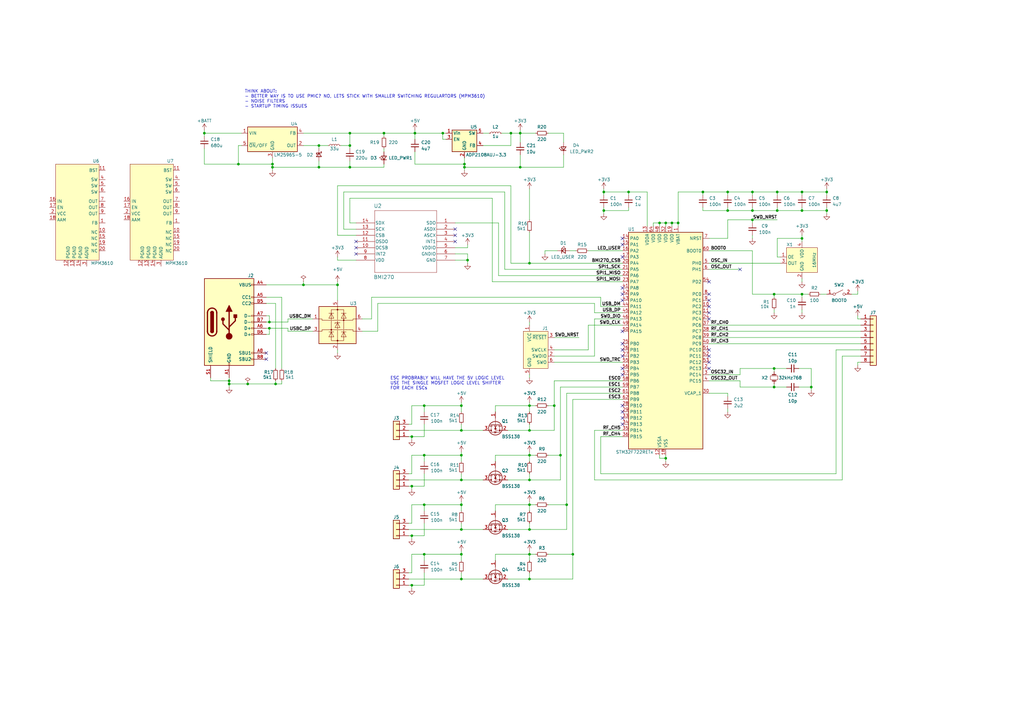
<source format=kicad_sch>
(kicad_sch (version 20230121) (generator eeschema)
  (paper "A3")
  (junction (at 189.23 227.33))
  (junction (at 317.5 151.13))
  (junction (at 332.74 158.75))
  (junction (at 190.5 67.31))
  (junction (at 339.09 78.74))
  (junction (at 318.77 78.74))
  (junction (at 229.87 186.69))
  (junction (at 328.93 97.79))
  (junction (at 190.5 68.58))
  (junction (at 83.82 54.61))
  (junction (at 217.17 227.33))
  (junction (at 213.36 54.61))
  (junction (at 113.03 157.48))
  (junction (at 138.43 116.84))
  (junction (at 143.51 54.61))
  (junction (at 111.76 68.58))
  (junction (at 217.17 176.53))
  (junction (at 110.49 132.08))
  (junction (at 217.17 207.01))
  (junction (at 111.76 67.31))
  (junction (at 318.77 86.36))
  (junction (at 308.61 86.36))
  (junction (at 168.91 219.71))
  (junction (at 189.23 186.69))
  (junction (at 181.61 54.61))
  (junction (at 173.99 227.33))
  (junction (at 173.99 207.01))
  (junction (at 93.98 156.21))
  (junction (at 170.18 54.61))
  (junction (at 168.91 199.39))
  (junction (at 143.51 68.58))
  (junction (at 213.36 68.58))
  (junction (at 189.23 166.37))
  (junction (at 217.17 196.85))
  (junction (at 278.13 91.44))
  (junction (at 189.23 207.01))
  (junction (at 328.93 86.36))
  (junction (at 247.65 86.36))
  (junction (at 257.81 78.74))
  (junction (at 93.98 157.48))
  (junction (at 168.91 240.03))
  (junction (at 317.5 120.65))
  (junction (at 157.48 54.61))
  (junction (at 130.81 59.69))
  (junction (at 339.09 86.36))
  (junction (at 288.29 78.74))
  (junction (at 97.79 67.31))
  (junction (at 308.61 90.17))
  (junction (at 217.17 107.95))
  (junction (at 217.17 166.37))
  (junction (at 124.46 116.84))
  (junction (at 234.95 227.33))
  (junction (at 189.23 237.49))
  (junction (at 189.23 176.53))
  (junction (at 110.49 134.62))
  (junction (at 130.81 68.58))
  (junction (at 273.05 187.96))
  (junction (at 232.41 207.01))
  (junction (at 168.91 179.07))
  (junction (at 270.51 91.44))
  (junction (at 209.55 54.61))
  (junction (at 101.6 157.48))
  (junction (at 328.93 120.65))
  (junction (at 275.59 91.44))
  (junction (at 298.45 86.36))
  (junction (at 143.51 59.69))
  (junction (at 328.93 78.74))
  (junction (at 189.23 196.85))
  (junction (at 217.17 217.17))
  (junction (at 189.23 217.17))
  (junction (at 298.45 78.74))
  (junction (at 173.99 166.37))
  (junction (at 247.65 78.74))
  (junction (at 273.05 91.44))
  (junction (at 217.17 186.69))
  (junction (at 308.61 78.74))
  (junction (at 317.5 158.75))
  (junction (at 173.99 186.69))
  (junction (at 227.33 166.37))
  (junction (at 217.17 237.49))
  (junction (at 191.77 106.68))
  (no_connect (at 146.05 99.06))
  (no_connect (at 146.05 104.14))
  (no_connect (at 290.83 125.73))
  (no_connect (at 255.27 171.45))
  (no_connect (at 255.27 166.37))
  (no_connect (at 255.27 143.51))
  (no_connect (at 255.27 140.97))
  (no_connect (at 255.27 153.67))
  (no_connect (at 255.27 168.91))
  (no_connect (at 290.83 128.27))
  (no_connect (at 255.27 100.33))
  (no_connect (at 255.27 173.99))
  (no_connect (at 290.83 115.57))
  (no_connect (at 255.27 135.89))
  (no_connect (at 290.83 151.13))
  (no_connect (at 303.53 110.49))
  (no_connect (at 290.83 123.19))
  (no_connect (at 109.22 147.32))
  (no_connect (at 290.83 143.51))
  (no_connect (at 186.69 96.52))
  (no_connect (at 109.22 144.78))
  (no_connect (at 290.83 148.59))
  (no_connect (at 186.69 99.06))
  (no_connect (at 146.05 101.6))
  (no_connect (at 255.27 105.41))
  (no_connect (at 255.27 151.13))
  (no_connect (at 290.83 130.81))
  (no_connect (at 255.27 120.65))
  (no_connect (at 255.27 118.11))
  (no_connect (at 186.69 93.98))
  (no_connect (at 290.83 120.65))
  (no_connect (at 255.27 123.19))
  (no_connect (at 290.83 146.05))
  (no_connect (at 255.27 97.79))
  (no_connect (at 255.27 146.05))
  (wire (pts (xy 198.12 196.85) (xy 189.23 196.85)))
  (wire (pts (xy 186.69 106.68) (xy 191.77 106.68)))
  (wire (pts (xy 255.27 133.35) (xy 241.3 133.35)))
  (wire (pts (xy 143.51 54.61) (xy 143.51 59.69)))
  (wire (pts (xy 181.61 54.61) (xy 181.61 57.15)))
  (wire (pts (xy 201.93 115.57) (xy 255.27 115.57)))
  (wire (pts (xy 332.74 158.75) (xy 327.66 158.75)))
  (wire (pts (xy 173.99 227.33) (xy 189.23 227.33)))
  (wire (pts (xy 173.99 219.71) (xy 168.91 219.71)))
  (wire (pts (xy 143.51 68.58) (xy 157.48 68.58)))
  (wire (pts (xy 228.6 102.87) (xy 223.52 102.87)))
  (wire (pts (xy 229.87 158.75) (xy 229.87 186.69)))
  (wire (pts (xy 339.09 86.36) (xy 328.93 86.36)))
  (wire (pts (xy 111.76 68.58) (xy 111.76 69.85)))
  (wire (pts (xy 198.12 237.49) (xy 189.23 237.49)))
  (wire (pts (xy 173.99 207.01) (xy 173.99 209.55)))
  (wire (pts (xy 217.17 165.1) (xy 217.17 166.37)))
  (wire (pts (xy 318.77 105.41) (xy 320.04 105.41)))
  (wire (pts (xy 124.46 115.57) (xy 124.46 116.84)))
  (wire (pts (xy 332.74 158.75) (xy 332.74 160.02)))
  (wire (pts (xy 290.83 97.79) (xy 298.45 97.79)))
  (wire (pts (xy 317.5 127) (xy 317.5 128.27)))
  (wire (pts (xy 146.05 96.52) (xy 138.43 96.52)))
  (wire (pts (xy 109.22 132.08) (xy 110.49 132.08)))
  (wire (pts (xy 168.91 227.33) (xy 173.99 227.33)))
  (wire (pts (xy 168.91 207.01) (xy 168.91 214.63)))
  (wire (pts (xy 273.05 187.96) (xy 273.05 189.23)))
  (wire (pts (xy 273.05 186.69) (xy 273.05 187.96)))
  (wire (pts (xy 167.64 176.53) (xy 189.23 176.53)))
  (wire (pts (xy 154.94 124.46) (xy 154.94 135.89)))
  (wire (pts (xy 298.45 161.29) (xy 298.45 162.56)))
  (wire (pts (xy 290.83 110.49) (xy 303.53 110.49)))
  (wire (pts (xy 146.05 91.44) (xy 143.51 91.44)))
  (wire (pts (xy 290.83 135.89) (xy 353.06 135.89)))
  (wire (pts (xy 328.93 86.36) (xy 328.93 85.09)))
  (wire (pts (xy 328.93 127) (xy 328.93 128.27)))
  (wire (pts (xy 317.5 152.4) (xy 317.5 151.13)))
  (wire (pts (xy 97.79 67.31) (xy 111.76 67.31)))
  (wire (pts (xy 224.79 54.61) (xy 231.14 54.61)))
  (wire (pts (xy 247.65 78.74) (xy 247.65 80.01)))
  (wire (pts (xy 237.49 138.43) (xy 227.33 138.43)))
  (wire (pts (xy 138.43 123.19) (xy 138.43 116.84)))
  (wire (pts (xy 113.03 156.21) (xy 113.03 157.48)))
  (wire (pts (xy 290.83 140.97) (xy 353.06 140.97)))
  (wire (pts (xy 303.53 158.75) (xy 303.53 156.21)))
  (wire (pts (xy 168.91 240.03) (xy 168.91 241.3)))
  (wire (pts (xy 273.05 187.96) (xy 270.51 187.96)))
  (wire (pts (xy 111.76 67.31) (xy 111.76 68.58)))
  (wire (pts (xy 318.77 86.36) (xy 308.61 86.36)))
  (wire (pts (xy 243.84 146.05) (xy 227.33 146.05)))
  (wire (pts (xy 190.5 64.77) (xy 190.5 67.31)))
  (wire (pts (xy 328.93 97.79) (xy 328.93 99.06)))
  (wire (pts (xy 143.51 91.44) (xy 143.51 81.28)))
  (wire (pts (xy 110.49 132.08) (xy 118.11 132.08)))
  (wire (pts (xy 191.77 100.33) (xy 191.77 101.6)))
  (wire (pts (xy 143.51 66.04) (xy 143.51 68.58)))
  (wire (pts (xy 148.59 130.81) (xy 152.4 130.81)))
  (wire (pts (xy 241.3 133.35) (xy 241.3 143.51)))
  (wire (pts (xy 278.13 92.71) (xy 278.13 91.44)))
  (wire (pts (xy 173.99 166.37) (xy 168.91 166.37)))
  (wire (pts (xy 229.87 186.69) (xy 229.87 196.85)))
  (wire (pts (xy 115.57 157.48) (xy 113.03 157.48)))
  (wire (pts (xy 152.4 121.92) (xy 152.4 130.81)))
  (wire (pts (xy 217.17 207.01) (xy 219.71 207.01)))
  (wire (pts (xy 217.17 209.55) (xy 217.17 207.01)))
  (wire (pts (xy 198.12 176.53) (xy 189.23 176.53)))
  (wire (pts (xy 322.58 158.75) (xy 317.5 158.75)))
  (wire (pts (xy 217.17 95.25) (xy 217.17 107.95)))
  (wire (pts (xy 203.2 227.33) (xy 203.2 229.87)))
  (wire (pts (xy 217.17 186.69) (xy 219.71 186.69)))
  (wire (pts (xy 118.11 135.89) (xy 128.27 135.89)))
  (wire (pts (xy 273.05 91.44) (xy 270.51 91.44)))
  (wire (pts (xy 336.55 120.65) (xy 339.09 120.65)))
  (wire (pts (xy 318.77 78.74) (xy 318.77 80.01)))
  (wire (pts (xy 308.61 102.87) (xy 308.61 120.65)))
  (wire (pts (xy 227.33 166.37) (xy 227.33 176.53)))
  (wire (pts (xy 173.99 194.31) (xy 173.99 199.39)))
  (wire (pts (xy 298.45 90.17) (xy 298.45 97.79)))
  (wire (pts (xy 208.28 237.49) (xy 217.17 237.49)))
  (wire (pts (xy 110.49 137.16) (xy 110.49 134.62)))
  (wire (pts (xy 93.98 157.48) (xy 101.6 157.48)))
  (wire (pts (xy 288.29 78.74) (xy 298.45 78.74)))
  (wire (pts (xy 198.12 54.61) (xy 200.66 54.61)))
  (wire (pts (xy 243.84 196.85) (xy 345.44 196.85)))
  (wire (pts (xy 168.91 207.01) (xy 173.99 207.01)))
  (wire (pts (xy 328.93 78.74) (xy 328.93 80.01)))
  (wire (pts (xy 308.61 86.36) (xy 308.61 85.09)))
  (wire (pts (xy 189.23 227.33) (xy 189.23 229.87)))
  (wire (pts (xy 190.5 67.31) (xy 190.5 68.58)))
  (wire (pts (xy 232.41 207.01) (xy 232.41 217.17)))
  (wire (pts (xy 213.36 54.61) (xy 213.36 58.42)))
  (wire (pts (xy 298.45 78.74) (xy 298.45 80.01)))
  (wire (pts (xy 139.7 59.69) (xy 143.51 59.69)))
  (wire (pts (xy 298.45 90.17) (xy 308.61 90.17)))
  (wire (pts (xy 217.17 226.06) (xy 217.17 227.33)))
  (wire (pts (xy 118.11 130.81) (xy 128.27 130.81)))
  (wire (pts (xy 318.77 90.17) (xy 308.61 90.17)))
  (wire (pts (xy 255.27 148.59) (xy 227.33 148.59)))
  (wire (pts (xy 191.77 106.68) (xy 191.77 107.95)))
  (wire (pts (xy 83.82 54.61) (xy 83.82 55.88)))
  (wire (pts (xy 118.11 134.62) (xy 110.49 134.62)))
  (wire (pts (xy 233.68 102.87) (xy 236.22 102.87)))
  (wire (pts (xy 170.18 54.61) (xy 170.18 57.15)))
  (wire (pts (xy 130.81 59.69) (xy 134.62 59.69)))
  (wire (pts (xy 167.64 214.63) (xy 168.91 214.63)))
  (wire (pts (xy 189.23 186.69) (xy 189.23 189.23)))
  (wire (pts (xy 267.97 91.44) (xy 267.97 92.71)))
  (wire (pts (xy 275.59 91.44) (xy 273.05 91.44)))
  (wire (pts (xy 339.09 78.74) (xy 339.09 80.01)))
  (wire (pts (xy 190.5 68.58) (xy 190.5 69.85)))
  (wire (pts (xy 93.98 157.48) (xy 93.98 158.75)))
  (wire (pts (xy 273.05 91.44) (xy 273.05 92.71)))
  (wire (pts (xy 243.84 130.81) (xy 243.84 146.05)))
  (wire (pts (xy 138.43 76.2) (xy 138.43 96.52)))
  (wire (pts (xy 223.52 102.87) (xy 223.52 104.14)))
  (wire (pts (xy 246.38 194.31) (xy 342.9 194.31)))
  (wire (pts (xy 229.87 158.75) (xy 255.27 158.75)))
  (wire (pts (xy 308.61 90.17) (xy 308.61 91.44)))
  (wire (pts (xy 317.5 120.65) (xy 328.93 120.65)))
  (wire (pts (xy 290.83 107.95) (xy 320.04 107.95)))
  (wire (pts (xy 109.22 137.16) (xy 110.49 137.16)))
  (wire (pts (xy 182.88 54.61) (xy 181.61 54.61)))
  (wire (pts (xy 290.83 102.87) (xy 308.61 102.87)))
  (wire (pts (xy 204.47 91.44) (xy 204.47 113.03)))
  (wire (pts (xy 243.84 128.27) (xy 255.27 128.27)))
  (wire (pts (xy 182.88 57.15) (xy 181.61 57.15)))
  (wire (pts (xy 138.43 143.51) (xy 138.43 144.78)))
  (wire (pts (xy 189.23 234.95) (xy 189.23 237.49)))
  (wire (pts (xy 143.51 54.61) (xy 157.48 54.61)))
  (wire (pts (xy 308.61 78.74) (xy 318.77 78.74)))
  (wire (pts (xy 243.84 176.53) (xy 243.84 196.85)))
  (wire (pts (xy 328.93 97.79) (xy 318.77 97.79)))
  (wire (pts (xy 203.2 186.69) (xy 217.17 186.69)))
  (wire (pts (xy 217.17 153.67) (xy 217.17 154.94)))
  (wire (pts (xy 275.59 91.44) (xy 275.59 92.71)))
  (wire (pts (xy 217.17 237.49) (xy 234.95 237.49)))
  (wire (pts (xy 167.64 173.99) (xy 168.91 173.99)))
  (wire (pts (xy 318.77 86.36) (xy 318.77 85.09)))
  (wire (pts (xy 86.36 156.21) (xy 93.98 156.21)))
  (wire (pts (xy 227.33 156.21) (xy 255.27 156.21)))
  (wire (pts (xy 168.91 166.37) (xy 168.91 173.99)))
  (wire (pts (xy 217.17 166.37) (xy 203.2 166.37)))
  (wire (pts (xy 278.13 78.74) (xy 278.13 91.44)))
  (wire (pts (xy 227.33 156.21) (xy 227.33 166.37)))
  (wire (pts (xy 234.95 227.33) (xy 234.95 237.49)))
  (wire (pts (xy 328.93 96.52) (xy 328.93 97.79)))
  (wire (pts (xy 204.47 113.03) (xy 255.27 113.03)))
  (wire (pts (xy 298.45 86.36) (xy 298.45 85.09)))
  (wire (pts (xy 317.5 120.65) (xy 317.5 121.92)))
  (wire (pts (xy 189.23 214.63) (xy 189.23 217.17)))
  (wire (pts (xy 217.17 176.53) (xy 227.33 176.53)))
  (wire (pts (xy 173.99 227.33) (xy 173.99 229.87)))
  (wire (pts (xy 167.64 234.95) (xy 168.91 234.95)))
  (wire (pts (xy 246.38 179.07) (xy 246.38 194.31)))
  (wire (pts (xy 189.23 207.01) (xy 189.23 209.55)))
  (wire (pts (xy 345.44 196.85) (xy 345.44 146.05)))
  (wire (pts (xy 345.44 146.05) (xy 353.06 146.05)))
  (wire (pts (xy 328.93 114.3) (xy 328.93 115.57)))
  (wire (pts (xy 298.45 78.74) (xy 308.61 78.74)))
  (wire (pts (xy 217.17 229.87) (xy 217.17 227.33)))
  (wire (pts (xy 168.91 199.39) (xy 168.91 200.66)))
  (wire (pts (xy 189.23 205.74) (xy 189.23 207.01)))
  (wire (pts (xy 130.81 68.58) (xy 143.51 68.58)))
  (wire (pts (xy 231.14 54.61) (xy 231.14 58.42)))
  (wire (pts (xy 201.93 81.28) (xy 143.51 81.28)))
  (wire (pts (xy 298.45 161.29) (xy 290.83 161.29)))
  (wire (pts (xy 270.51 91.44) (xy 270.51 92.71)))
  (wire (pts (xy 167.64 194.31) (xy 168.91 194.31)))
  (wire (pts (xy 83.82 67.31) (xy 97.79 67.31)))
  (wire (pts (xy 168.91 227.33) (xy 168.91 234.95)))
  (wire (pts (xy 148.59 135.89) (xy 154.94 135.89)))
  (wire (pts (xy 257.81 78.74) (xy 257.81 80.01)))
  (wire (pts (xy 288.29 78.74) (xy 288.29 80.01)))
  (wire (pts (xy 93.98 156.21) (xy 93.98 157.48)))
  (wire (pts (xy 217.17 227.33) (xy 219.71 227.33)))
  (wire (pts (xy 167.64 219.71) (xy 168.91 219.71)))
  (wire (pts (xy 288.29 86.36) (xy 288.29 85.09)))
  (wire (pts (xy 241.3 102.87) (xy 255.27 102.87)))
  (wire (pts (xy 186.69 104.14) (xy 191.77 104.14)))
  (wire (pts (xy 99.06 54.61) (xy 83.82 54.61)))
  (wire (pts (xy 232.41 161.29) (xy 255.27 161.29)))
  (wire (pts (xy 224.79 166.37) (xy 227.33 166.37)))
  (wire (pts (xy 143.51 59.69) (xy 143.51 60.96)))
  (wire (pts (xy 318.77 97.79) (xy 318.77 105.41)))
  (wire (pts (xy 113.03 124.46) (xy 113.03 151.13)))
  (wire (pts (xy 308.61 96.52) (xy 308.61 97.79)))
  (wire (pts (xy 203.2 186.69) (xy 203.2 189.23)))
  (wire (pts (xy 257.81 78.74) (xy 247.65 78.74)))
  (wire (pts (xy 83.82 53.34) (xy 83.82 54.61)))
  (wire (pts (xy 130.81 59.69) (xy 130.81 60.96)))
  (wire (pts (xy 109.22 116.84) (xy 124.46 116.84)))
  (wire (pts (xy 207.01 78.74) (xy 207.01 110.49)))
  (wire (pts (xy 189.23 166.37) (xy 173.99 166.37)))
  (wire (pts (xy 170.18 62.23) (xy 170.18 67.31)))
  (wire (pts (xy 170.18 53.34) (xy 170.18 54.61)))
  (wire (pts (xy 186.69 91.44) (xy 204.47 91.44)))
  (wire (pts (xy 157.48 54.61) (xy 157.48 55.88)))
  (wire (pts (xy 173.99 207.01) (xy 189.23 207.01)))
  (wire (pts (xy 247.65 86.36) (xy 247.65 85.09)))
  (wire (pts (xy 167.64 240.03) (xy 168.91 240.03)))
  (wire (pts (xy 181.61 54.61) (xy 170.18 54.61)))
  (wire (pts (xy 328.93 86.36) (xy 318.77 86.36)))
  (wire (pts (xy 110.49 134.62) (xy 109.22 134.62)))
  (wire (pts (xy 234.95 163.83) (xy 255.27 163.83)))
  (wire (pts (xy 217.17 196.85) (xy 229.87 196.85)))
  (wire (pts (xy 217.17 234.95) (xy 217.17 237.49)))
  (wire (pts (xy 111.76 64.77) (xy 111.76 67.31)))
  (wire (pts (xy 224.79 186.69) (xy 229.87 186.69)))
  (wire (pts (xy 255.27 125.73) (xy 246.38 125.73)))
  (wire (pts (xy 217.17 214.63) (xy 217.17 217.17)))
  (wire (pts (xy 201.93 81.28) (xy 201.93 115.57)))
  (wire (pts (xy 124.46 59.69) (xy 130.81 59.69)))
  (wire (pts (xy 290.83 133.35) (xy 353.06 133.35)))
  (wire (pts (xy 173.99 199.39) (xy 168.91 199.39)))
  (wire (pts (xy 317.5 158.75) (xy 303.53 158.75)))
  (wire (pts (xy 224.79 227.33) (xy 234.95 227.33)))
  (wire (pts (xy 157.48 60.96) (xy 157.48 62.23)))
  (wire (pts (xy 189.23 173.99) (xy 189.23 176.53)))
  (wire (pts (xy 290.83 156.21) (xy 303.53 156.21)))
  (wire (pts (xy 217.17 217.17) (xy 232.41 217.17)))
  (wire (pts (xy 247.65 86.36) (xy 247.65 87.63)))
  (wire (pts (xy 167.64 237.49) (xy 189.23 237.49)))
  (wire (pts (xy 115.57 156.21) (xy 115.57 157.48)))
  (wire (pts (xy 243.84 124.46) (xy 154.94 124.46)))
  (wire (pts (xy 353.06 130.81) (xy 351.79 130.81)))
  (wire (pts (xy 152.4 121.92) (xy 246.38 121.92)))
  (wire (pts (xy 203.2 166.37) (xy 203.2 168.91)))
  (wire (pts (xy 217.17 166.37) (xy 219.71 166.37)))
  (wire (pts (xy 173.99 166.37) (xy 173.99 168.91)))
  (wire (pts (xy 138.43 106.68) (xy 138.43 105.41)))
  (wire (pts (xy 173.99 186.69) (xy 173.99 189.23)))
  (wire (pts (xy 308.61 78.74) (xy 308.61 80.01)))
  (wire (pts (xy 270.51 91.44) (xy 267.97 91.44)))
  (wire (pts (xy 208.28 196.85) (xy 217.17 196.85)))
  (wire (pts (xy 288.29 78.74) (xy 278.13 78.74)))
  (wire (pts (xy 189.23 186.69) (xy 173.99 186.69)))
  (wire (pts (xy 110.49 129.54) (xy 110.49 132.08)))
  (wire (pts (xy 265.43 78.74) (xy 265.43 92.71)))
  (wire (pts (xy 328.93 120.65) (xy 328.93 121.92)))
  (wire (pts (xy 232.41 161.29) (xy 232.41 207.01)))
  (wire (pts (xy 317.5 151.13) (xy 303.53 151.13)))
  (wire (pts (xy 167.64 179.07) (xy 168.91 179.07)))
  (wire (pts (xy 86.36 154.94) (xy 86.36 156.21)))
  (wire (pts (xy 109.22 129.54) (xy 110.49 129.54)))
  (wire (pts (xy 241.3 143.51) (xy 227.33 143.51)))
  (wire (pts (xy 186.69 101.6) (xy 191.77 101.6)))
  (wire (pts (xy 168.91 179.07) (xy 168.91 180.34)))
  (wire (pts (xy 146.05 106.68) (xy 138.43 106.68)))
  (wire (pts (xy 308.61 120.65) (xy 317.5 120.65)))
  (wire (pts (xy 207.01 110.49) (xy 255.27 110.49)))
  (wire (pts (xy 189.23 166.37) (xy 189.23 168.91)))
  (wire (pts (xy 203.2 207.01) (xy 203.2 209.55)))
  (wire (pts (xy 138.43 115.57) (xy 138.43 116.84)))
  (wire (pts (xy 353.06 148.59) (xy 351.79 148.59)))
  (wire (pts (xy 339.09 85.09) (xy 339.09 86.36)))
  (wire (pts (xy 298.45 167.64) (xy 298.45 168.91)))
  (wire (pts (xy 351.79 129.54) (xy 351.79 130.81)))
  (wire (pts (xy 224.79 207.01) (xy 232.41 207.01)))
  (wire (pts (xy 99.06 59.69) (xy 97.79 59.69)))
  (wire (pts (xy 217.17 132.08) (xy 217.17 133.35)))
  (wire (pts (xy 255.27 130.81) (xy 243.84 130.81)))
  (wire (pts (xy 124.46 54.61) (xy 143.51 54.61)))
  (wire (pts (xy 217.17 194.31) (xy 217.17 196.85)))
  (wire (pts (xy 173.99 240.03) (xy 168.91 240.03)))
  (wire (pts (xy 213.36 54.61) (xy 219.71 54.61)))
  (wire (pts (xy 209.55 107.95) (xy 217.17 107.95)))
  (wire (pts (xy 209.55 59.69) (xy 198.12 59.69)))
  (wire (pts (xy 167.64 217.17) (xy 189.23 217.17)))
  (wire (pts (xy 342.9 194.31) (xy 342.9 143.51)))
  (wire (pts (xy 308.61 86.36) (xy 298.45 86.36)))
  (wire (pts (xy 167.64 196.85) (xy 189.23 196.85)))
  (wire (pts (xy 339.09 86.36) (xy 339.09 87.63)))
  (wire (pts (xy 328.93 78.74) (xy 339.09 78.74)))
  (wire (pts (xy 217.17 186.69) (xy 217.17 189.23)))
  (wire (pts (xy 217.17 107.95) (xy 255.27 107.95)))
  (wire (pts (xy 208.28 176.53) (xy 217.17 176.53)))
  (wire (pts (xy 173.99 214.63) (xy 173.99 219.71)))
  (wire (pts (xy 290.83 138.43) (xy 353.06 138.43)))
  (wire (pts (xy 157.48 54.61) (xy 170.18 54.61)))
  (wire (pts (xy 243.84 124.46) (xy 243.84 128.27)))
  (wire (pts (xy 290.83 153.67) (xy 303.53 153.67)))
  (wire (pts (xy 167.64 199.39) (xy 168.91 199.39)))
  (wire (pts (xy 189.23 185.42) (xy 189.23 186.69)))
  (wire (pts (xy 97.79 59.69) (xy 97.79 67.31)))
  (wire (pts (xy 318.77 78.74) (xy 328.93 78.74)))
  (wire (pts (xy 270.51 187.96) (xy 270.51 186.69)))
  (wire (pts (xy 115.57 121.92) (xy 115.57 151.13)))
  (wire (pts (xy 349.25 120.65) (xy 351.79 120.65)))
  (wire (pts (xy 157.48 68.58) (xy 157.48 67.31)))
  (wire (pts (xy 303.53 151.13) (xy 303.53 153.67)))
  (wire (pts (xy 198.12 217.17) (xy 189.23 217.17)))
  (wire (pts (xy 257.81 86.36) (xy 247.65 86.36)))
  (wire (pts (xy 247.65 77.47) (xy 247.65 78.74)))
  (wire (pts (xy 246.38 179.07) (xy 255.27 179.07)))
  (wire (pts (xy 339.09 77.47) (xy 339.09 78.74)))
  (wire (pts (xy 351.79 119.38) (xy 351.79 120.65)))
  (wire (pts (xy 351.79 148.59) (xy 351.79 149.86)))
  (wire (pts (xy 209.55 54.61) (xy 213.36 54.61)))
  (wire (pts (xy 205.74 54.61) (xy 209.55 54.61)))
  (wire (pts (xy 189.23 226.06) (xy 189.23 227.33)))
  (wire (pts (xy 298.45 86.36) (xy 288.29 86.36)))
  (wire (pts (xy 217.17 77.47) (xy 217.17 90.17)))
  (wire (pts (xy 231.14 63.5) (xy 231.14 68.58)))
  (wire (pts (xy 101.6 157.48) (xy 113.03 157.48)))
  (wire (pts (xy 217.17 205.74) (xy 217.17 207.01)))
  (wire (pts (xy 118.11 135.89) (xy 118.11 134.62)))
  (wire (pts (xy 173.99 234.95) (xy 173.99 240.03)))
  (wire (pts (xy 246.38 121.92) (xy 246.38 125.73)))
  (wire (pts (xy 265.43 78.74) (xy 257.81 78.74)))
  (wire (pts (xy 257.81 85.09) (xy 257.81 86.36)))
  (wire (pts (xy 207.01 78.74) (xy 140.97 78.74)))
  (wire (pts (xy 213.36 53.34) (xy 213.36 54.61)))
  (wire (pts (xy 213.36 68.58) (xy 231.14 68.58)))
  (wire (pts (xy 217.17 207.01) (xy 203.2 207.01)))
  (wire (pts (xy 168.91 186.69) (xy 168.91 194.31)))
  (wire (pts (xy 146.05 93.98) (xy 140.97 93.98)))
  (wire (pts (xy 209.55 76.2) (xy 138.43 76.2)))
  (wire (pts (xy 208.28 217.17) (xy 217.17 217.17)))
  (wire (pts (xy 83.82 60.96) (xy 83.82 67.31)))
  (wire (pts (xy 209.55 76.2) (xy 209.55 107.95)))
  (wire (pts (xy 124.46 116.84) (xy 138.43 116.84)))
  (wire (pts (xy 190.5 68.58) (xy 213.36 68.58)))
  (wire (pts (xy 217.17 185.42) (xy 217.17 186.69)))
  (wire (pts (xy 189.23 165.1) (xy 189.23 166.37)))
  (wire (pts (xy 93.98 156.21) (xy 93.98 154.94)))
  (wire (pts (xy 130.81 66.04) (xy 130.81 68.58)))
  (wire (pts (xy 168.91 219.71) (xy 168.91 220.98)))
  (wire (pts (xy 189.23 194.31) (xy 189.23 196.85)))
  (wire (pts (xy 109.22 121.92) (xy 115.57 121.92)))
  (wire (pts (xy 217.17 227.33) (xy 203.2 227.33)))
  (wire (pts (xy 209.55 54.61) (xy 209.55 59.69)))
  (wire (pts (xy 243.84 176.53) (xy 255.27 176.53)))
  (wire (pts (xy 109.22 124.46) (xy 113.03 124.46)))
  (wire (pts (xy 213.36 63.5) (xy 213.36 68.58)))
  (wire (pts (xy 173.99 179.07) (xy 168.91 179.07)))
  (wire (pts (xy 173.99 173.99) (xy 173.99 179.07)))
  (wire (pts (xy 173.99 186.69) (xy 168.91 186.69)))
  (wire (pts (xy 217.17 173.99) (xy 217.17 176.53)))
  (wire (pts (xy 217.17 166.37) (xy 217.17 168.91)))
  (wire (pts (xy 332.74 151.13) (xy 332.74 158.75)))
  (wire (pts (xy 278.13 91.44) (xy 275.59 91.44)))
  (wire (pts (xy 317.5 157.48) (xy 317.5 158.75)))
  (wire (pts (xy 328.93 120.65) (xy 331.47 120.65)))
  (wire (pts (xy 111.76 68.58) (xy 130.81 68.58)))
  (wire (pts (xy 190.5 67.31) (xy 170.18 67.31)))
  (wire (pts (xy 118.11 132.08) (xy 118.11 130.81)))
  (wire (pts (xy 327.66 151.13) (xy 332.74 151.13)))
  (wire (pts (xy 342.9 143.51) (xy 353.06 143.51)))
  (wire (pts (xy 322.58 151.13) (xy 317.5 151.13)))
  (wire (pts (xy 191.77 104.14) (xy 191.77 106.68)))
  (wire (pts (xy 234.95 163.83) (xy 234.95 227.33)))
  (wire (pts (xy 140.97 78.74) (xy 140.97 93.98)))
  (text "THINK ABOUT:\n- BETTER WAY IS TO USE PMIC? NO, LETS STICK WITH SMALLER SWITCHING REGULARTORS (MPM3610)\n- NOISE FILTERS\n- STARTUP TIMING ISSUES" (at 100.33 44.45 0) (effects (font (size 1.27 1.27)) (justify left bottom)))
  (text "ESC PROBRABLY WILL HAVE THE 5V LOGIC LEVEL\nUSE THE SINGLE MOSFET LOGIC LEVEL SHIFTER\nFOR EACH ESCs\n" (at 160.02 160.02 0) (effects (font (size 1.27 1.27)) (justify left bottom)))
  (label "BOOT0" (at 291.465 102.87 0) (effects (font (thickness 0.254) bold)))
  (label "RF_CH1" (at 291.465 135.89 0) (effects (font (thickness 0.254) bold)))
  (label "ESC3" (at 254.635 163.83 180) (effects (font (thickness 0.254) bold)))
  (label "SWD_CLK" (at 254.635 133.35 180) (effects (font (thickness 0.254) bold)))
  (label "RF_CH5" (at 254.635 176.53 180) (effects (font (thickness 0.254) bold)))
  (label "SWD_TRC" (at 254.635 148.59 180) (effects (font (thickness 0.254) bold)))
  (label "USBC_DM" (at 127.635 130.81 180) (effects (font (thickness 0.254) bold)))
  (label "ESC1" (at 254.635 158.75 180) (effects (font (thickness 0.254) bold)))
  (label "OSC32_IN" (at 291.465 153.67 0) (effects (font (thickness 0.254) bold)))
  (label "BMI270_CSB" (at 254.635 107.95 180) (effects (font (thickness 0.254) bold)))
  (label "SWD_NRST" (at 237.49 138.43 180) (effects (font (thickness 0.254) bold)))
  (label "USB_DP" (at 254.635 128.27 180) (effects (font (thickness 0.254) bold)))
  (label "RF_CH3" (at 291.465 140.97 0) (effects (font (thickness 0.254) bold)))
  (label "SPI1_MISO" (at 254.635 113.03 180) (effects (font (thickness 0.254) bold)))
  (label "RF_CH4" (at 254.635 179.07 180) (effects (font (thickness 0.254) bold)))
  (label "LED_USER" (at 254.635 102.87 180) (effects (font (thickness 0.254) bold)))
  (label "OSC32_OUT" (at 291.465 156.21 0) (effects (font (thickness 0.254) bold)))
  (label "SPI1_SCK" (at 254.635 110.49 180) (effects (font (thickness 0.254) bold)))
  (label "USBC_DP" (at 127.635 135.89 180) (effects (font (thickness 0.254) bold)))
  (label "RF_CH2" (at 291.465 138.43 0) (effects (font (thickness 0.254) bold)))
  (label "SWD_NRST" (at 318.77 90.17 180) (effects (font (thickness 0.254) bold)))
  (label "SWD_DIO" (at 254.635 130.81 180) (effects (font (thickness 0.254) bold)))
  (label "OSC_IN" (at 291.465 107.95 0) (effects (font (thickness 0.254) bold)))
  (label "USB_DM" (at 254.635 125.73 180) (effects (font (thickness 0.254) bold)))
  (label "RF_CH0" (at 291.465 133.35 0) (effects (font (thickness 0.254) bold)))
  (label "ESC0" (at 254.635 156.21 180) (effects (font (thickness 0.254) bold)))
  (label "SPI1_MOSI" (at 254.635 115.57 180) (effects (font (thickness 0.254) bold)))
  (label "OSC_OUT" (at 291.465 110.49 0) (effects (font (thickness 0.254) bold)))
  (label "ESC2" (at 254.635 161.29 180) (effects (font (thickness 0.254) bold)))
  (symbol (lib_id "power:GND") (at 168.91 180.34 0) (mirror y) (unit 1)
    (property "Reference" "#PWR027" (effects hide))
    (property "Value" "GND" (effects hide))
  )
  (symbol (lib_id "Regulator_Switching:ADP2108AUJ-3.3") (at 190.5 57.15 0) (unit 1)
    (property "Reference" "U5" (at 194.31 52.07 0))
    (property "Value" "ADP2108AUJ-3.3" (at 199.39 63.5 0))
    (property "Footprint" "Package_TO_SOT_SMD:TSOT-23-5" (effects hide))
    (property "Datasheet" "https://www.analog.com/media/en/technical-documentation/data-sheets/ADP2108.pdf" (effects hide))
    (property "Distributor Link" "https://eu.mouser.com/ProductDetail/Analog-Devices/ADP2108AUJZ-3.3-R7?qs=WIvQP4zGangwKS4DOjDn0A%3D%3D" (effects hide))
    (property "Manufacturer" "Analog Devices" (effects hide))
    (property "Manufacturer Part Number" "ADP2108AUJZ-3.3-R7" (effects hide))
  )
  (symbol (lib_id "Connector_Generic:Conn_01x03") (at 162.56 217.17 180) (unit 1)
    (property "Reference" "J5" (at 162.56 212.09 0))
    (property "Value" "Conn_01x03" (effects hide))
    (property "Footprint" "Connector_Molex:Molex_PicoBlade_53048-0310_1x03_P1.25mm_Horizontal" (effects hide))
    (property "Distributor Link" "https://eu.mouser.com/ProductDetail/Molex/53048-0310?qs=zXrbR4Jv0OfUlEeVnlaifA%3D%3D" (effects hide))
    (property "Manufacturer" "Molex" (effects hide))
    (property "Manufacturer Part Number" "53048-0310" (effects hide))
  )
  (symbol (lib_id "power:+3V3") (at 339.09 77.47 0) (mirror y) (unit 1)
    (property "Reference" "#PWR018" (effects hide))
    (property "Value" "+3V3" (at 339.09 73.66 0))
  )
  (symbol (lib_id "power:GND") (at 273.05 189.23 0) (mirror y) (unit 1)
    (property "Reference" "#PWR017" (effects hide))
    (property "Value" "GND" (effects hide))
  )
  (symbol (lib_id "Transistor_FET:BSS138") (at 203.2 173.99 90) (mirror x) (unit 1)
    (property "Reference" "Q1" (at 208.534 172.72 90) (effects (justify left)))
    (property "Value" "BSS138" (at 213.36 179.07 90) (effects (justify left)))
    (property "Footprint" "Package_TO_SOT_SMD:SOT-23" (effects hide))
    (property "Datasheet" "https://www.onsemi.com/pub/Collateral/BSS138-D.PDF" (effects hide))
  )
  (symbol (lib_id "power:+3V3") (at 328.93 96.52 0) (mirror y) (unit 1)
    (property "Reference" "#PWR04" (effects hide))
    (property "Value" "+3V3" (at 328.93 92.71 0))
  )
  (symbol (lib_id "Device:R_Small") (at 113.03 153.67 180) (unit 1)
    (property "Reference" "R17" (at 110.236 152.654 0))
    (property "Value" "5k1" (at 109.728 154.686 0))
    (property "Footprint" "Resistor_SMD:R_0402_1005Metric" (effects hide))
  )
  (symbol (lib_id "power:GND") (at 168.91 200.66 0) (mirror y) (unit 1)
    (property "Reference" "#PWR029" (effects hide))
    (property "Value" "GND" (effects hide))
  )
  (symbol (lib_id "Device:C_Small") (at 298.45 82.55 0) (mirror y) (unit 1)
    (property "Reference" "C4" (at 300.99 81.2863 0) (effects (justify right)))
    (property "Value" "100n" (at 300.99 83.8263 0) (effects (justify right)))
    (property "Footprint" "Capacitor_SMD:C_0402_1005Metric" (effects hide))
  )
  (symbol (lib_id "Transistor_FET:BSS138") (at 203.2 194.31 90) (mirror x) (unit 1)
    (property "Reference" "Q2" (at 208.534 193.04 90) (effects (justify left)))
    (property "Value" "BSS138" (at 213.36 199.39 90) (effects (justify left)))
    (property "Footprint" "Package_TO_SOT_SMD:SOT-23" (effects hide))
    (property "Datasheet" "https://www.onsemi.com/pub/Collateral/BSS138-D.PDF" (effects hide))
  )
  (symbol (lib_id "Connector:Conn_ARM_SWD_TagConnect_TC2030") (at 219.71 143.51 0) (unit 1) (in_bom no)
    (property "Reference" "J1" (at 224.79 134.62 0) (effects (justify right)))
    (property "Value" "Conn_ARM_SWD_TagConnect_TC2030" (effects hide))
    (property "Footprint" "Connector:Tag-Connect_TC2030-IDC-FP_2x03_P1.27mm_Vertical" (effects hide))
    (property "Datasheet" "https://www.tag-connect.com/wp-content/uploads/bsk-pdf-manager/TC2030-CTX_1.pdf" (effects hide))
  )
  (symbol (lib_id "power:+5V") (at 189.23 185.42 0) (unit 1)
    (property "Reference" "#PWR042" (effects hide))
    (property "Value" "+5V" (at 189.23 181.61 0))
  )
  (symbol (lib_id "power:+3V3") (at 213.36 53.34 0) (unit 1)
    (property "Reference" "#PWR024" (effects hide))
    (property "Value" "+3V3" (at 213.36 49.53 0))
  )
  (symbol (lib_id "Device:C_Small") (at 173.99 171.45 0) (mirror y) (unit 1)
    (property "Reference" "C17" (at 180.34 170.18 0) (effects (justify left)))
    (property "Value" "100n" (at 181.61 172.72 0) (effects (justify left)))
    (property "Footprint" "Capacitor_SMD:C_0402_1005Metric" (effects hide))
  )
  (symbol (lib_id "Device:L_Small") (at 137.16 59.69 90) (unit 1)
    (property "Reference" "L1" (at 137.16 57.15 90))
    (property "Value" "33u" (at 137.16 60.96 90))
    (property "Footprint" "Inductor_SMD:L_12x12mm_H8mm" (effects hide))
    (property "Distributor Link" "https://eu.mouser.com/ProductDetail/Coilcraft/MSS1278-333MLD?qs=zCSbvcPd3pbln1ZLcloB%252BQ%3D%3D" (effects hide))
    (property "Manufacturer" "Coilcraft" (effects hide))
    (property "Manufacturer Part Number" "MSS1278-333MLD" (effects hide))
  )
  (symbol (lib_id "Device:C_Small") (at 170.18 59.69 0) (unit 1)
    (property "Reference" "C20" (at 172.72 58.4263 0) (effects (justify left)))
    (property "Value" "4u7" (at 172.72 60.9663 0) (effects (justify left)))
    (property "Footprint" "Capacitor_SMD:C_0603_1608Metric" (effects hide))
  )
  (symbol (lib_id "Device:C_Small") (at 173.99 191.77 0) (mirror y) (unit 1)
    (property "Reference" "C16" (at 180.34 190.5 0) (effects (justify left)))
    (property "Value" "100n" (at 181.61 193.04 0) (effects (justify left)))
    (property "Footprint" "Capacitor_SMD:C_0402_1005Metric" (effects hide))
  )
  (symbol (lib_id "power:GND") (at 339.09 87.63 0) (mirror y) (unit 1)
    (property "Reference" "#PWR019" (effects hide))
    (property "Value" "GND" (effects hide))
  )
  (symbol (lib_id "power:GND") (at 328.93 128.27 0) (unit 1)
    (property "Reference" "#PWR08" (effects hide))
    (property "Value" "GND" (effects hide))
  )
  (symbol (lib_id "Connector_Generic:Conn_01x03") (at 162.56 196.85 180) (unit 1)
    (property "Reference" "J4" (at 162.56 191.77 0))
    (property "Value" "Conn_01x03" (effects hide))
    (property "Footprint" "Connector_Molex:Molex_PicoBlade_53048-0310_1x03_P1.25mm_Horizontal" (effects hide))
    (property "Distributor Link" "https://eu.mouser.com/ProductDetail/Molex/53048-0310?qs=zXrbR4Jv0OfUlEeVnlaifA%3D%3D" (effects hide))
    (property "Manufacturer" "Molex" (effects hide))
    (property "Manufacturer Part Number" "53048-0310" (effects hide))
  )
  (symbol (lib_id "Device:C_Small") (at 325.12 158.75 270) (mirror x) (unit 1)
    (property "Reference" "C12" (at 325.12 161.925 90))
    (property "Value" "10p" (at 325.12 164.465 90))
    (property "Footprint" "Capacitor_SMD:C_0402_1005Metric" (effects hide))
  )
  (symbol (lib_id "Connector_Generic:Conn_01x03") (at 162.56 176.53 180) (unit 1)
    (property "Reference" "J3" (at 162.56 171.45 0))
    (property "Value" "Conn_01x03" (effects hide))
    (property "Footprint" "Connector_Molex:Molex_PicoBlade_53048-0310_1x03_P1.25mm_Horizontal" (effects hide))
    (property "Distributor Link" "https://eu.mouser.com/ProductDetail/Molex/53048-0310?qs=zXrbR4Jv0OfUlEeVnlaifA%3D%3D" (effects hide))
    (property "Manufacturer" "Molex" (effects hide))
    (property "Manufacturer Part Number" "53048-0310" (effects hide))
  )
  (symbol (lib_id "Device:L_Small") (at 203.2 54.61 90) (unit 1)
    (property "Reference" "L2" (at 203.2 52.07 90))
    (property "Value" "1u" (at 203.2 55.88 90))
    (property "Footprint" "Inductor_SMD:L_0805_2012Metric" (effects hide))
    (property "Distributor Link" "https://eu.mouser.com/ProductDetail/Murata-Electronics/LQM21PN1R0MGHL?qs=wM4AZDOQ8I7w4EcrzQRq0A%3D%3D" (effects hide))
    (property "Manufacturer" "Murata Electronics" (effects hide))
    (property "Manufacturer Part Number" "LQM21PN1R0MGHL" (effects hide))
  )
  (symbol (lib_id "power:GND") (at 308.61 97.79 0) (mirror y) (unit 1)
    (property "Reference" "#PWR016" (effects hide))
    (property "Value" "GND" (effects hide))
  )
  (symbol (lib_id "ghost-feather-v1:AMPMGFB-16.0000T") (at 328.93 106.68 0) (mirror y) (unit 1)
    (property "Reference" "X1" (at 322.58 100.33 0) (effects (justify right)))
    (property "Value" "16MHz" (at 334.01 106.68 90))
    (property "Distributor Link" "https://eu.mouser.com/ProductDetail/ABRACON/AMPMGFB-16.0000T?qs=%252BEew9%252B0nqrAYgkBJQmZS4g%3D%3D" (effects hide))
    (property "Manufacturer" "ABRACON" (effects hide))
    (property "Manufacturer Part Number" "AMPMGFB-16.0000T" (effects hide))
  )
  (symbol (lib_id "Device:R_Small") (at 189.23 212.09 180) (unit 1)
    (property "Reference" "R8" (at 186.436 211.074 0))
    (property "Value" "5k1" (at 185.928 213.106 0))
    (property "Footprint" "Resistor_SMD:R_0402_1005Metric" (effects hide))
  )
  (symbol (lib_id "Device:C_Small") (at 328.93 82.55 0) (mirror y) (unit 1)
    (property "Reference" "C7" (at 331.47 81.2863 0) (effects (justify right)))
    (property "Value" "100n" (at 331.47 83.8263 0) (effects (justify right)))
    (property "Footprint" "Capacitor_SMD:C_0402_1005Metric" (effects hide))
  )
  (symbol (lib_id "Device:C_Small") (at 325.12 151.13 270) (mirror x) (unit 1)
    (property "Reference" "C11" (at 325.12 145.415 90))
    (property "Value" "10p" (at 325.12 147.955 90))
    (property "Footprint" "Capacitor_SMD:C_0402_1005Metric" (effects hide))
  )
  (symbol (lib_id "power:GND") (at 223.52 104.14 0) (mirror y) (unit 1)
    (property "Reference" "#PWR030" (effects hide))
    (property "Value" "GND" (effects hide))
  )
  (symbol (lib_id "Device:R_Small") (at 189.23 191.77 180) (unit 1)
    (property "Reference" "R11" (at 186.436 190.754 0))
    (property "Value" "5k1" (at 185.928 192.786 0))
    (property "Footprint" "Resistor_SMD:R_0402_1005Metric" (effects hide))
  )
  (symbol (lib_id "power:GND") (at 298.45 168.91 0) (mirror y) (unit 1)
    (property "Reference" "#PWR012" (effects hide))
    (property "Value" "GND" (effects hide))
  )
  (symbol (lib_id "Device:R_Small") (at 217.17 191.77 180) (unit 1)
    (property "Reference" "R10" (at 214.376 190.754 0))
    (property "Value" "5k1" (at 213.868 192.786 0))
    (property "Footprint" "Resistor_SMD:R_0402_1005Metric" (effects hide))
  )
  (symbol (lib_id "Device:LED_Small") (at 157.48 64.77 90) (unit 1)
    (property "Reference" "D3" (at 151.892 64.77 90) (effects (justify right)))
    (property "Value" "LED_PWR1" (at 159.385 64.77 90) (effects (justify right)))
    (property "Footprint" "LED_SMD:LED_0402_1005Metric" (effects hide))
  )
  (symbol (lib_id "power:+3V3") (at 247.65 77.47 0) (mirror y) (unit 1)
    (property "Reference" "#PWR020" (effects hide))
    (property "Value" "+3V3" (at 247.65 73.66 0))
  )
  (symbol (lib_id "Transistor_FET:BSS138") (at 203.2 234.95 90) (mirror x) (unit 1)
    (property "Reference" "Q4" (at 208.534 233.68 90) (effects (justify left)))
    (property "Value" "BSS138" (at 213.36 240.03 90) (effects (justify left)))
    (property "Footprint" "Package_TO_SOT_SMD:SOT-23" (effects hide))
    (property "Datasheet" "https://www.onsemi.com/pub/Collateral/BSS138-D.PDF" (effects hide))
  )
  (symbol (lib_id "Device:R_Small") (at 222.25 227.33 270) (unit 1)
    (property "Reference" "R3" (at 222.25 224.79 90))
    (property "Value" "220" (at 222.25 229.87 90))
    (property "Footprint" "Resistor_SMD:R_0402_1005Metric" (effects hide))
  )
  (symbol (lib_id "power:+5V") (at 138.43 115.57 0) (unit 1)
    (property "Reference" "#PWR015" (effects hide))
    (property "Value" "+5V" (at 138.43 110.49 0))
  )
  (symbol (lib_id "power:+5V") (at 189.23 205.74 0) (unit 1)
    (property "Reference" "#PWR041" (effects hide))
    (property "Value" "+5V" (at 189.23 201.93 0))
  )
  (symbol (lib_id "power:+3V3") (at 217.17 205.74 0) (unit 1)
    (property "Reference" "#PWR038" (effects hide))
    (property "Value" "+3V3" (at 217.17 201.93 0))
  )
  (symbol (lib_id "power:GND") (at 168.91 220.98 0) (mirror y) (unit 1)
    (property "Reference" "#PWR031" (effects hide))
    (property "Value" "GND" (effects hide))
  )
  (symbol (lib_id "Device:C_Small") (at 318.77 82.55 0) (mirror y) (unit 1)
    (property "Reference" "C6" (at 321.31 81.2863 0) (effects (justify right)))
    (property "Value" "100n" (at 321.31 83.8263 0) (effects (justify right)))
    (property "Footprint" "Capacitor_SMD:C_0402_1005Metric" (effects hide))
  )
  (symbol (lib_id "ghost-feather-v1:BMI270") (at 186.69 91.44 0) (mirror y) (unit 1)
    (property "Reference" "U2" (at 154.94 84.455 0) (effects (font (size 1.524 1.524))))
    (property "Value" "BMI270" (at 157.48 113.665 0) (effects (font (size 1.524 1.524))))
    (property "Footprint" "ghost-feather-v1:BMI270_BOS" (effects hide))
    (property "Datasheet" "BMI270" (effects hide))
    (property "Distributor Link" "https://eu.mouser.com/ProductDetail/Bosch-Sensortec/BMI270?qs=u16ybLDytRYIj%252BjQEee88A%3D%3D" (effects hide))
    (property "Manufacturer" "Bosch Sensortec" (effects hide))
    (property "Manufacturer Part Number" "BMI270" (effects hide))
  )
  (symbol (lib_id "power:+3V3") (at 217.17 77.47 0) (mirror y) (unit 1)
    (property "Reference" "#PWR023" (effects hide))
    (property "Value" "+3V3" (at 217.17 73.66 0))
  )
  (symbol (lib_id "Device:LED_Small") (at 231.14 102.87 0) (unit 1)
    (property "Reference" "D1" (at 232.41 99.695 0) (effects (justify right)))
    (property "Value" "LED_USER" (at 235.585 105.41 0) (effects (justify right)))
    (property "Footprint" "LED_SMD:LED_0402_1005Metric" (effects hide))
    (property "Distributor Link" "https://eu.mouser.com/ProductDetail/ROHM-Semiconductor/SML-P11VTT86R?qs=sGAEpiMZZMvVL5Kk7ZYykQmV5cuwqGRrlX19mwDiazAWtzzIzvsMJg%3D%3D" (effects hide))
    (property "Manufacturer" "ROHM Semiconductor" (effects hide))
    (property "Manufacturer Part Number" "SML-P11VTT86R" (effects hide))
  )
  (symbol (lib_id "Device:C_Small") (at 257.81 82.55 0) (mirror y) (unit 1)
    (property "Reference" "C2" (at 260.35 81.2863 0) (effects (justify right)))
    (property "Value" "1u" (at 260.35 83.8263 0) (effects (justify right)))
    (property "Footprint" "Capacitor_SMD:C_0603_1608Metric" (effects hide))
  )
  (symbol (lib_id "Device:C_Small") (at 143.51 63.5 0) (unit 1)
    (property "Reference" "C19" (at 145.796 62.23 0) (effects (justify left)))
    (property "Value" "220u" (at 145.796 64.77 0) (effects (justify left)))
    (property "Footprint" "Capacitor_SMD:C_Elec_10x10.2" (effects hide))
    (property "Distributor Link" "https://eu.mouser.com/ProductDetail/Panasonic/EEE-TG1V221UP?qs=aAAGLDy8P2yKQplSCJZJ1Q%3D%3D" (effects hide))
    (property "Manufacturer" "Panasonic" (effects hide))
    (property "Manufacturer Part Number" "EEE-TG1V221UP" (effects hide))
  )
  (symbol (lib_id "power:+3V3") (at 351.79 119.38 0) (unit 1)
    (property "Reference" "#PWR09" (effects hide))
    (property "Value" "+3V3" (at 351.79 115.57 0))
  )
  (symbol (lib_id "Device:C_Small") (at 83.82 58.42 0) (unit 1)
    (property "Reference" "C18" (at 86.36 57.1563 0) (effects (justify left)))
    (property "Value" "680u" (at 86.36 59.6963 0) (effects (justify left)))
    (property "Footprint" "ghost-feather-v1:CAPAE1350X1400N" (effects hide))
    (property "Distributor Link" "https://eu.mouser.com/ProductDetail/Panasonic/EEV-TG1E681UQ?qs=ojrz6ACP3aSUXVuxdGK87w%3D%3D" (effects hide))
    (property "Manufacturer" "Panasonic" (effects hide))
    (property "Manufacturer Part Number" "EEV-TG1E681UQ" (effects hide))
  )
  (symbol (lib_id "power:GND") (at 247.65 87.63 0) (mirror y) (unit 1)
    (property "Reference" "#PWR021" (effects hide))
    (property "Value" "GND" (effects hide))
  )
  (symbol (lib_id "ghost-feather-v1:MPM3610") (at 31.75 85.09 0) (unit 1)
    (property "Reference" "U6" (at 39.37 66.04 0))
    (property "Value" "MPM3610" (at 41.91 107.95 0))
  )
  (symbol (lib_id "Device:C_Small") (at 173.99 232.41 0) (mirror y) (unit 1)
    (property "Reference" "C14" (at 180.34 231.14 0) (effects (justify left)))
    (property "Value" "100n" (at 181.61 233.68 0) (effects (justify left)))
    (property "Footprint" "Capacitor_SMD:C_0402_1005Metric" (effects hide))
  )
  (symbol (lib_id "power:+3V3") (at 217.17 132.08 0) (mirror y) (unit 1)
    (property "Reference" "#PWR01" (effects hide))
    (property "Value" "+3V3" (at 217.17 128.27 0))
  )
  (symbol (lib_id "power:GND") (at 351.79 149.86 0) (unit 1)
    (property "Reference" "#PWR028" (effects hide))
    (property "Value" "GND" (effects hide))
  )
  (symbol (lib_id "power:+3V3") (at 191.77 100.33 0) (mirror y) (unit 1)
    (property "Reference" "#PWR06" (effects hide))
    (property "Value" "+3V3" (at 191.77 96.52 0))
  )
  (symbol (lib_id "Device:C_Small") (at 213.36 60.96 0) (unit 1)
    (property "Reference" "C21" (at 215.9 59.6963 0) (effects (justify left)))
    (property "Value" "10u" (at 215.9 62.2363 0) (effects (justify left)))
    (property "Footprint" "Capacitor_SMD:C_0603_1608Metric" (effects hide))
  )
  (symbol (lib_id "power:GND") (at 138.43 144.78 0) (unit 1)
    (property "Reference" "#PWR013" (effects hide))
    (property "Value" "GND" (effects hide))
  )
  (symbol (lib_id "power:GND") (at 332.74 160.02 0) (mirror y) (unit 1)
    (property "Reference" "#PWR05" (effects hide))
    (property "Value" "GND" (effects hide))
  )
  (symbol (lib_id "Device:Crystal_Small") (at 317.5 154.94 270) (mirror x) (unit 1)
    (property "Reference" "X2" (at 314.96 154.94 90) (effects (justify right)))
    (property "Value" "32kHz768" (at 328.93 154.94 90) (effects (justify right)))
    (property "Distributor Link" "https://eu.mouser.com/ProductDetail/Micro-Crystal/CC4V-T1A-32.768kHz-10pF-20PPM-TA-QC?qs=7bTaA%2FLYtSbGAIuYI0dI%2FA%3D%3D" (effects hide))
    (property "Manufacturer" "Micro Crystal" (effects hide))
    (property "Manufacturer Part Number" "CC4V-T1A-32.768kHz-10pF-20PPM-TA-QC" (effects hide))
  )
  (symbol (lib_id "power:+BATT") (at 83.82 53.34 0) (unit 1)
    (property "Reference" "#PWR035" (effects hide))
    (property "Value" "+BATT" (at 83.82 49.53 0))
  )
  (symbol (lib_id "Device:R_Small") (at 217.17 171.45 180) (unit 1)
    (property "Reference" "R13" (at 214.376 170.434 0))
    (property "Value" "5k1" (at 213.868 172.466 0))
    (property "Footprint" "Resistor_SMD:R_0402_1005Metric" (effects hide))
  )
  (symbol (lib_id "power:GND") (at 328.93 115.57 0) (mirror y) (unit 1)
    (property "Reference" "#PWR03" (effects hide))
    (property "Value" "GND" (effects hide))
  )
  (symbol (lib_id "Connector_Generic:Conn_01x08") (at 358.14 138.43 0) (unit 1)
    (property "Reference" "J7" (at 356.87 128.27 0) (effects (justify left)))
    (property "Value" "Conn_01x08" (effects hide))
    (property "Footprint" "Connector_Molex:Molex_PicoBlade_53048-0810_1x08_P1.25mm_Horizontal" (effects hide))
    (property "Distributor Link" "https://eu.mouser.com/ProductDetail/Molex/53048-0810?qs=KHty%2FoMxDPk3pBqjJxkFGg%3D%3D" (effects hide))
    (property "Manufacturer" "Molex" (effects hide))
    (property "Manufacturer Part Number" "53048-0810" (effects hide))
  )
  (symbol (lib_id "power:GND") (at 168.91 241.3 0) (mirror y) (unit 1)
    (property "Reference" "#PWR033" (effects hide))
    (property "Value" "GND" (effects hide))
  )
  (symbol (lib_id "ghost-feather-v1:MPM3610") (at 62.23 85.09 0) (unit 1)
    (property "Reference" "U7" (at 69.85 66.04 0))
    (property "Value" "MPM3610" (at 72.39 107.95 0))
  )
  (symbol (lib_id "power:+3V3") (at 138.43 105.41 0) (mirror y) (unit 1)
    (property "Reference" "#PWR011" (effects hide))
    (property "Value" "+3V3" (at 138.43 101.6 0))
  )
  (symbol (lib_id "Device:LED_Small") (at 231.14 60.96 90) (unit 1)
    (property "Reference" "D4" (at 234.95 59.6265 90) (effects (justify right)))
    (property "Value" "LED_PWR2" (at 233.68 62.1665 90) (effects (justify right)))
    (property "Footprint" "LED_SMD:LED_0402_1005Metric" (effects hide))
  )
  (symbol (lib_id "power:GND") (at 111.76 69.85 0) (unit 1)
    (property "Reference" "#PWR034" (effects hide))
    (property "Value" "GND" (effects hide))
  )
  (symbol (lib_id "Device:R_Small") (at 222.25 186.69 270) (unit 1)
    (property "Reference" "R9" (at 222.25 184.15 90))
    (property "Value" "220" (at 222.25 189.23 90))
    (property "Footprint" "Resistor_SMD:R_0402_1005Metric" (effects hide))
  )
  (symbol (lib_id "Device:C_Small") (at 298.45 165.1 0) (mirror y) (unit 1)
    (property "Reference" "C13" (at 304.8 163.83 0) (effects (justify left)))
    (property "Value" "2u2" (at 304.8 166.37 0) (effects (justify left)))
    (property "Footprint" "Capacitor_SMD:C_0603_1608Metric" (effects hide))
  )
  (symbol (lib_id "power:+5V") (at 189.23 165.1 0) (unit 1)
    (property "Reference" "#PWR043" (effects hide))
    (property "Value" "+5V" (at 189.23 161.29 0))
  )
  (symbol (lib_id "Device:C_Small") (at 288.29 82.55 0) (mirror y) (unit 1)
    (property "Reference" "C3" (at 290.83 81.2863 0) (effects (justify right)))
    (property "Value" "100n" (at 290.83 83.8263 0) (effects (justify right)))
    (property "Footprint" "Capacitor_SMD:C_0402_1005Metric" (effects hide))
  )
  (symbol (lib_id "Regulator_Switching:LM2596S-5") (at 111.76 57.15 0) (unit 1)
    (property "Reference" "U4" (at 120.65 50.8 0))
    (property "Value" "LM2596S-5" (at 118.11 63.5 0))
    (property "Footprint" "Package_TO_SOT_SMD:TO-263-5_TabPin3" (effects hide))
    (property "Datasheet" "http://www.ti.com/lit/ds/symlink/lm2596.pdf" (effects hide))
    (property "Distributor Link" "https://eu.mouser.com/ProductDetail/Texas-Instruments/LM2596S-5.0-NOPB?qs=X1J7HmVL2ZHVjCOmW%252BYINA%3D%3D" (effects hide))
    (property "Manufacturer" "Texas Instruments" (effects hide))
    (property "Manufacturer Part Number" "LM2596S-5.0/NOPB" (effects hide))
  )
  (symbol (lib_id "power:GND") (at 217.17 154.94 0) (mirror y) (unit 1)
    (property "Reference" "#PWR02" (effects hide))
    (property "Value" "GND" (effects hide))
  )
  (symbol (lib_id "power:+5V") (at 170.18 53.34 0) (unit 1)
    (property "Reference" "#PWR022" (effects hide))
    (property "Value" "+5V" (at 170.18 49.53 0))
  )
  (symbol (lib_id "power:GND") (at 191.77 107.95 0) (mirror y) (unit 1)
    (property "Reference" "#PWR07" (effects hide))
    (property "Value" "GND" (effects hide))
  )
  (symbol (lib_id "Device:R_Small") (at 189.23 232.41 180) (unit 1)
    (property "Reference" "R5" (at 186.436 231.394 0))
    (property "Value" "5k1" (at 185.928 233.426 0))
    (property "Footprint" "Resistor_SMD:R_0402_1005Metric" (effects hide))
  )
  (symbol (lib_id "Device:R_Small") (at 217.17 212.09 180) (unit 1)
    (property "Reference" "R7" (at 214.376 211.074 0))
    (property "Value" "5k1" (at 213.868 213.106 0))
    (property "Footprint" "Resistor_SMD:R_0402_1005Metric" (effects hide))
  )
  (symbol (lib_id "Switch:SW_SPST") (at 344.17 120.65 0) (unit 1)
    (property "Reference" "SW2" (at 344.17 116.84 0))
    (property "Value" "BOOT0" (at 344.17 123.19 0))
    (property "Footprint" "Connector_USB:USB_C_Receptacle_GCT_USB4085" (effects hide))
  )
  (symbol (lib_id "power:GND") (at 190.5 69.85 0) (unit 1)
    (property "Reference" "#PWR026" (effects hide))
    (property "Value" "GND" (effects hide))
  )
  (symbol (lib_id "power:+5V") (at 189.23 226.06 0) (unit 1)
    (property "Reference" "#PWR040" (effects hide))
    (property "Value" "+5V" (at 189.23 222.25 0))
  )
  (symbol (lib_id "power:PWR_FLAG") (at 101.6 157.48 0) (unit 1)
    (property "Reference" "#FLG02" (effects hide))
    (property "Value" "PWR_FLAG" (effects hide))
  )
  (symbol (lib_id "power:+3V3") (at 217.17 226.06 0) (unit 1)
    (property "Reference" "#PWR039" (effects hide))
    (property "Value" "+3V3" (at 217.17 222.25 0))
  )
  (symbol (lib_id "Device:C_Small") (at 308.61 93.98 0) (mirror y) (unit 1)
    (property "Reference" "C9" (at 314.96 92.71 0) (effects (justify left)))
    (property "Value" "100n" (at 316.23 95.25 0) (effects (justify left)))
    (property "Footprint" "Capacitor_SMD:C_0402_1005Metric" (effects hide))
  )
  (symbol (lib_id "Device:R_Small") (at 217.17 232.41 180) (unit 1)
    (property "Reference" "R4" (at 214.376 231.394 0))
    (property "Value" "5k1" (at 213.868 233.426 0))
    (property "Footprint" "Resistor_SMD:R_0402_1005Metric" (effects hide))
  )
  (symbol (lib_id "Device:R_Small") (at 217.17 92.71 0) (mirror x) (unit 1)
    (property "Reference" "R16" (at 214.376 91.694 0))
    (property "Value" "5k1" (at 213.868 93.726 0))
    (property "Footprint" "Resistor_SMD:R_0402_1005Metric" (effects hide))
  )
  (symbol (lib_id "Device:R_Small") (at 222.25 207.01 270) (unit 1)
    (property "Reference" "R6" (at 222.25 204.47 90))
    (property "Value" "220" (at 222.25 209.55 90))
    (property "Footprint" "Resistor_SMD:R_0402_1005Metric" (effects hide))
  )
  (symbol (lib_id "power:GND") (at 317.5 128.27 0) (unit 1)
    (property "Reference" "#PWR010" (effects hide))
    (property "Value" "GND" (effects hide))
  )
  (symbol (lib_id "Device:C_Small") (at 308.61 82.55 0) (mirror y) (unit 1)
    (property "Reference" "C5" (at 311.15 81.2863 0) (effects (justify right)))
    (property "Value" "100n" (at 311.15 83.8263 0) (effects (justify right)))
    (property "Footprint" "Capacitor_SMD:C_0402_1005Metric" (effects hide))
  )
  (symbol (lib_id "Device:R_Small") (at 115.57 153.67 180) (unit 1)
    (property "Reference" "R18" (at 118.364 152.654 0))
    (property "Value" "5k1" (at 118.872 154.686 0))
    (property "Footprint" "Resistor_SMD:R_0402_1005Metric" (effects hide))
  )
  (symbol (lib_id "power:+3V3") (at 217.17 185.42 0) (unit 1)
    (property "Reference" "#PWR037" (effects hide))
    (property "Value" "+3V3" (at 217.17 181.61 0))
  )
  (symbol (lib_id "power:+5V") (at 351.79 129.54 0) (unit 1)
    (property "Reference" "#PWR025" (effects hide))
    (property "Value" "+5V" (at 351.79 125.73 0))
  )
  (symbol (lib_id "Device:C_Small") (at 328.93 124.46 0) (unit 1)
    (property "Reference" "C10" (at 322.58 123.19 0) (effects (justify left)))
    (property "Value" "1n" (at 323.85 125.73 0) (effects (justify left)))
    (property "Footprint" "Capacitor_SMD:C_0402_1005Metric" (effects hide))
  )
  (symbol (lib_id "Device:R_Small") (at 222.25 166.37 270) (unit 1)
    (property "Reference" "R12" (at 222.25 163.83 90))
    (property "Value" "220" (at 222.25 168.91 90))
    (property "Footprint" "Resistor_SMD:R_0402_1005Metric" (effects hide))
  )
  (symbol (lib_id "Device:R_Small") (at 189.23 171.45 180) (unit 1)
    (property "Reference" "R14" (at 186.436 170.434 0))
    (property "Value" "5k1" (at 185.928 172.466 0))
    (property "Footprint" "Resistor_SMD:R_0402_1005Metric" (effects hide))
  )
  (symbol (lib_id "Device:C_Small") (at 173.99 212.09 0) (mirror y) (unit 1)
    (property "Reference" "C15" (at 180.34 210.82 0) (effects (justify left)))
    (property "Value" "100n" (at 181.61 213.36 0) (effects (justify left)))
    (property "Footprint" "Capacitor_SMD:C_0402_1005Metric" (effects hide))
  )
  (symbol (lib_id "Device:R_Small") (at 238.76 102.87 270) (unit 1)
    (property "Reference" "R15" (at 238.76 100.33 90))
    (property "Value" "220" (at 238.76 105.41 90))
    (property "Footprint" "Resistor_SMD:R_0402_1005Metric" (effects hide))
  )
  (symbol (lib_id "Transistor_FET:BSS138") (at 203.2 214.63 90) (mirror x) (unit 1)
    (property "Reference" "Q3" (at 208.534 213.36 90) (effects (justify left)))
    (property "Value" "BSS138" (at 213.36 219.71 90) (effects (justify left)))
    (property "Footprint" "Package_TO_SOT_SMD:SOT-23" (effects hide))
    (property "Datasheet" "https://www.onsemi.com/pub/Collateral/BSS138-D.PDF" (effects hide))
  )
  (symbol (lib_id "power:GND") (at 93.98 158.75 0) (unit 1)
    (property "Reference" "#PWR014" (effects hide))
    (property "Value" "GND" (effects hide))
  )
  (symbol (lib_id "power:PWR_FLAG") (at 124.46 115.57 0) (unit 1)
    (property "Reference" "#FLG01" (effects hide))
    (property "Value" "PWR_FLAG" (effects hide))
  )
  (symbol (lib_id "Device:R_Small") (at 334.01 120.65 90) (unit 1)
    (property "Reference" "R2" (at 334.01 118.11 90))
    (property "Value" "100" (at 334.01 123.19 90))
    (property "Footprint" "Resistor_SMD:R_0402_1005Metric" (effects hide))
  )
  (symbol (lib_id "Device:R_Small") (at 157.48 58.42 0) (unit 1)
    (property "Reference" "R19" (at 153.67 58.42 0))
    (property "Value" "220" (at 161.29 58.42 0))
    (property "Footprint" "Resistor_SMD:R_0402_1005Metric" (effects hide))
  )
  (symbol (lib_id "Connector_Generic:Conn_01x03") (at 162.56 237.49 180) (unit 1)
    (property "Reference" "J6" (at 162.56 232.41 0))
    (property "Value" "Conn_01x03" (effects hide))
    (property "Footprint" "Connector_Molex:Molex_PicoBlade_53048-0310_1x03_P1.25mm_Horizontal" (effects hide))
    (property "Distributor Link" "https://eu.mouser.com/ProductDetail/Molex/53048-0310?qs=zXrbR4Jv0OfUlEeVnlaifA%3D%3D" (effects hide))
    (property "Manufacturer" "Molex" (effects hide))
    (property "Manufacturer Part Number" "53048-0310" (effects hide))
  )
  (symbol (lib_id "Connector:USB_C_Receptacle_USB2.0") (at 93.98 132.08 0) (unit 1)
    (property "Reference" "J2" (at 102.87 113.03 0))
    (property "Value" "USB_C_Receptacle_USB2.0" (effects hide))
    (property "Footprint" "Connector_USB:USB_C_Receptacle_GCT_USB4085" (effects hide))
    (property "Datasheet" "https://www.usb.org/sites/default/files/documents/usb_type-c.zip" (effects hide))
  )
  (symbol (lib_id "Power_Protection:USBLC6-2SC6_MOD") (at 138.43 133.35 0) (unit 1)
    (property "Reference" "U3" (at 143.51 124.46 0) (effects (justify left)))
    (property "Value" "USBLC6-2SC6_MOD" (effects hide))
    (property "Footprint" "Package_TO_SOT_SMD:SOT-23-6" (effects hide))
    (property "Datasheet" "https://www.st.com/resource/en/datasheet/usblc6-2.pdf" (effects hide))
    (property "Distributor Link" "https://eu.mouser.com/ProductDetail/STMicroelectronics/USBLC6-2SC6?qs=po45yt2pPpu%2FhNIlwQdTlg%3D%3D" (effects hide))
    (property "Manufacturer" "STMicroelectronics" (effects hide))
    (property "Manufacturer Part Number" "USBLC6-2SC6" (effects hide))
  )
  (symbol (lib_id "power:+3V3") (at 217.17 165.1 0) (unit 1)
    (property "Reference" "#PWR036" (effects hide))
    (property "Value" "+3V3" (at 217.17 161.29 0))
  )
  (symbol (lib_id "MCU_ST_STM32F7:STM32F722RETx") (at 273.05 140.97 0) (mirror y) (unit 1)
    (property "Reference" "U1" (at 260.35 93.98 0) (effects (justify left)))
    (property "Value" "STM32F722RETx" (at 267.97 185.42 0) (effects (justify left)))
    (property "Footprint" "Package_QFP:LQFP-64_10x10mm_P0.5mm" (effects hide))
    (property "Datasheet" "https://www.st.com/resource/en/datasheet/stm32f722re.pdf" (effects hide))
    (property "Distributor Link" "https://eu.mouser.com/ProductDetail/STMicroelectronics/STM32F722RET6?qs=NoqMqJKvPFLRYC3WLxVXLQ%3D%3D&_gl=1*ebi6fj*_ga*dW5kZWZpbmVk*_ga_15W4STQT4T*dW5kZWZpbmVk*_ga_1KQLCYKRX3*dW5kZWZpbmVk" (effects hide))
    (property "Manufacturer" "STMicroelectronics" (effects hide))
    (property "Manufacturer Part Number" "STM32F722RET6" (effects hide))
  )
  (symbol (lib_id "Device:R_Small") (at 222.25 54.61 270) (unit 1)
    (property "Reference" "R20" (at 222.25 52.07 90))
    (property "Value" "220" (at 222.25 57.15 90))
    (property "Footprint" "Resistor_SMD:R_0402_1005Metric" (effects hide))
  )
  (symbol (lib_id "Device:C_Small") (at 247.65 82.55 0) (mirror y) (unit 1)
    (property "Reference" "C1" (at 250.19 81.2863 0) (effects (justify right)))
    (property "Value" "100n" (at 250.19 83.8263 0) (effects (justify right)))
    (property "Footprint" "Capacitor_SMD:C_0603_1608Metric" (effects hide))
  )
  (symbol (lib_id "Device:C_Small") (at 339.09 82.55 0) (mirror y) (unit 1)
    (property "Reference" "C8" (at 344.17 81.28 0) (effects (justify left)))
    (property "Value" "4u7" (at 345.186 83.82 0) (effects (justify left)))
    (property "Footprint" "Capacitor_SMD:C_0603_1608Metric" (effects hide))
  )
  (symbol (lib_id "Device:R_Small") (at 317.5 124.46 180) (unit 1)
    (property "Reference" "R1" (at 314.325 123.825 0))
    (property "Value" "10k" (at 313.69 125.73 0))
    (property "Footprint" "Resistor_SMD:R_0402_1005Metric" (effects hide))
  )
  (symbol (lib_id "Device:D_Schottky_Small") (at 130.81 63.5 270) (unit 1)
    (property "Reference" "D2" (at 125.73 63.5 90) (effects (justify left)))
    (property "Value" "D_Schottky_Small" (effects hide))
    (property "Footprint" "Diode_SMD:D_SMA" (effects hide))
    (property "Distributor Link" "https://eu.mouser.com/ProductDetail/Panjit/SBA540AFC_R1_00601?qs=%252BHhoWzUJg4IRjukP4zTDNQ%3D%3D" (effects hide))
    (property "Manufacturer" "Panjit" (effects hide))
    (property "Manufacturer Part Number" "SBA540AFC_R1_00601" (effects hide))
  )
)
</source>
